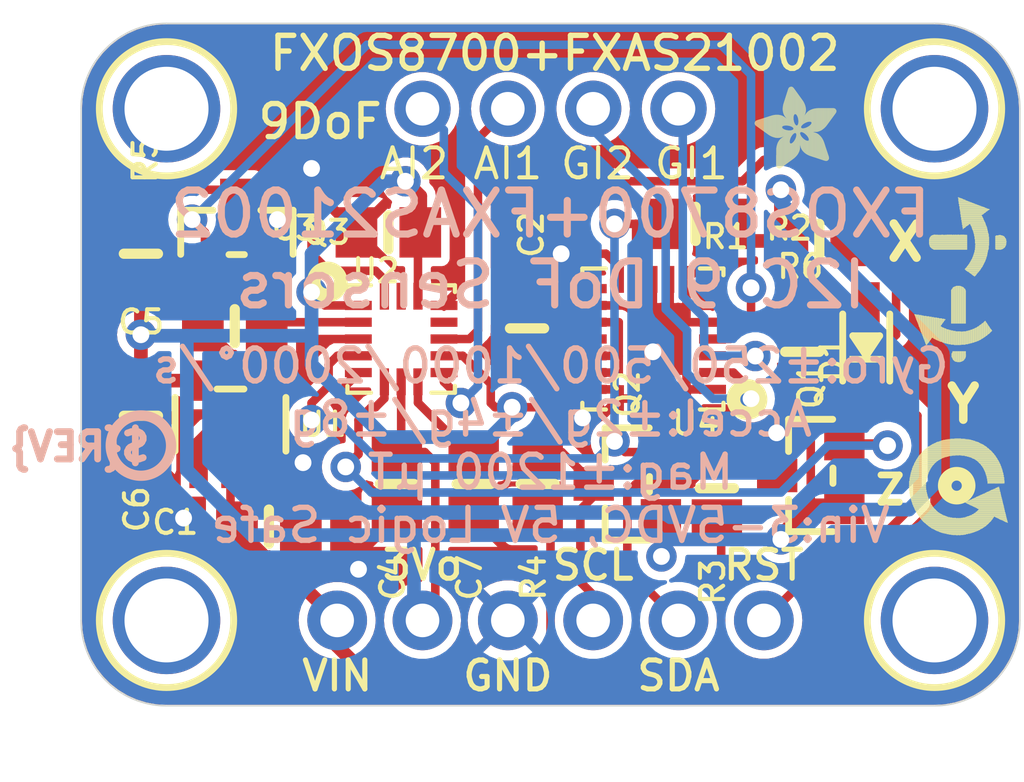
<source format=kicad_pcb>
(kicad_pcb (version 20221018) (generator pcbnew)
  (layers (0 "F.Cu" signal) (31 "B.Cu" signal) (34 "B.Paste" user) (35 "F.Paste" user) (36 "B.SilkS" user "B.Silkscreen") (37 "F.SilkS" user "F.Silkscreen") (38 "B.Mask" user) (39 "F.Mask" user) (44 "Edge.Cuts" user))
  (net 0 "")
  (net 1 "GND")
  (net 2 "SDA_3V")
  (net 3 "SCL_3V")
  (net 4 "3.3V")
  (net 5 "RST_3V")
  (net 6 "N$1")
  (net 7 "N$24")
  (net 8 "N$26")
  (net 9 "SDA")
  (net 10 "SCL")
  (net 11 "VIN")
  (net 12 "RST")
  (net 13 "GINT1")
  (net 14 "GINT2")
  (net 15 "AINT1")
  (net 16 "AINT2")
  (net 17 "ACC_RST")
  (footprint "working:SYMBOL_GYRO_CLOCKWISE" (layer "F.Cu") (at 159.0421 102.3366 -90)
    (fp_text reference "U$28" hide)
    (fp_text value "" hide)
  )
  (footprint "working:SYMBOL_GYRO_CCLOCKWISE" (layer "F.Cu") (at 159.4231 102.5906)
    (fp_text reference "U$27" hide)
    (fp_text value "" hide)
  )
  (footprint "working:MOUNTINGHOLE_2.5_PLATED" (layer "F.Cu") (at 159.9311 112.6236)
    (fp_text reference "U$1" hide)
    (fp_text value "MOUNTINGHOLE2.5" hide)
  )
  (footprint "working:MOUNTINGHOLE_2.5_PLATED" (layer "F.Cu") (at 159.9311 97.3836)
    (fp_text reference "U$3" hide)
    (fp_text value "MOUNTINGHOLE2.5" hide)
  )
  (footprint "working:SOT23-5" (layer "F.Cu") (at 138.9761 106.7816)
    (fp_text reference "U1")
    (fp_text value "MIC5225-3.3V")
  )
  (footprint "working:1X04_ROUND" (layer "F.Cu") (at 148.5011 97.3836 180)
    (fp_text reference "JP2" hide)
    (fp_text value "")
  )
  (footprint "working:0805-NO" (layer "F.Cu") (at 147.8026 103.9241 90)
    (fp_text reference "C2")
    (fp_text value "0.1uF")
  )
  (footprint "working:0805-NO" (layer "F.Cu") (at 143.6751 101.0666 180)
    (fp_text reference "C3")
    (fp_text value "0.1uF")
  )
  (footprint "working:0805-NO" (layer "F.Cu") (at 143.9291 108.5596 -90)
    (fp_text reference "C4")
    (fp_text value "10uF")
  )
  (footprint "working:FIDUCIAL_1MM" (layer "F.Cu") (at 147.7391 100.6221)
    (fp_text reference "FID3" hide)
    (fp_text value "FIDUCIAL_1MM" hide)
  )
  (footprint "working:1X06_ROUND_70" (layer "F.Cu") (at 148.5011 112.6236 180)
    (fp_text reference "JP1" hide)
    (fp_text value "")
  )
  (footprint "working:MOUNTINGHOLE_2.5_PLATED" (layer "F.Cu") (at 137.0711 112.6236)
    (fp_text reference "U$4" hide)
    (fp_text value "MOUNTINGHOLE2.5" hide)
  )
  (footprint "working:0805-NO" (layer "F.Cu") (at 155.9941 104.6226 -90)
    (fp_text reference "R6")
    (fp_text value "10K")
  )
  (footprint "working:SOD-323" (layer "F.Cu") (at 157.8991 104.4956 90)
    (fp_text reference "D1")
    (fp_text value "1N4148")
  )
  (footprint "working:SOT23-WIDE" (layer "F.Cu") (at 139.1666 101.0666)
    (fp_text reference "Q3")
    (fp_text value "BSS138")
  )
  (footprint "working:ADAFRUIT_2.5MM" (layer "F.Cu") (at 157.0101 99.1616 90)
    (fp_text reference "U$26" hide)
    (fp_text value "" hide)
  )
  (footprint "working:SOT23-WIDE" (layer "F.Cu") (at 150.7871 108.5596 90)
    (fp_text reference "Q2")
    (fp_text value "BSS138")
  )
  (footprint "working:0805-NO" (layer "F.Cu") (at 156.5021 101.3206 180)
    (fp_text reference "R1")
    (fp_text value "10K")
  )
  (footprint "working:FIDUCIAL_1MM" (layer "F.Cu") (at 135.8011 109.7026)
    (fp_text reference "FID2" hide)
    (fp_text value "FIDUCIAL_1MM" hide)
  )
  (footprint "working:0805-NO" (layer "F.Cu") (at 146.2151 108.5596 -90)
    (fp_text reference "C7")
    (fp_text value "0.1uF")
  )
  (footprint "working:0805-NO" (layer "F.Cu") (at 136.3091 101.7016 90)
    (fp_text reference "R5")
    (fp_text value "10K")
  )
  (footprint "working:0805-NO" (layer "F.Cu") (at 136.3091 106.5276 -90)
    (fp_text reference "C6")
    (fp_text value "10µF")
  )
  (footprint "working:SOT23-WIDE" (layer "F.Cu") (at 156.2481 108.3056 90)
    (fp_text reference "Q1")
    (fp_text value "BSS138")
  )
  (footprint "working:SYMBOL_GYRO_Z" (layer "F.Cu") (at 159.1691 110.0836)
    (fp_text reference "U$31" hide)
    (fp_text value "" hide)
  )
  (footprint "working:MOUNTINGHOLE_2.5_PLATED" (layer "F.Cu") (at 137.0711 97.3836)
    (fp_text reference "U$2" hide)
    (fp_text value "MOUNTINGHOLE2.5" hide)
  )
  (footprint "working:QFN16_3MM_FREESCALE_5X3" (layer "F.Cu") (at 144.0561 104.2416)
    (fp_text reference "U2")
    (fp_text value "FXOS8700CQ")
  )
  (footprint "working:0805-NO" (layer "F.Cu") (at 152.8191 100.8126)
    (fp_text reference "R2")
    (fp_text value "10K")
  )
  (footprint "working:0805-NO" (layer "F.Cu") (at 153.4541 108.6866 -90)
    (fp_text reference "R3")
    (fp_text value "10K")
  )
  (footprint "working:0805-NO" (layer "F.Cu") (at 139.1031 103.8606 180)
    (fp_text reference "C5")
    (fp_text value "0.1uF")
  )
  (footprint "working:0805-NO" (layer "F.Cu") (at 148.1201 108.5596 -90)
    (fp_text reference "R4")
    (fp_text value "10K")
  )
  (footprint "working:FIDUCIAL_1MM" (layer "F.Cu") (at 156.7561 113.7031)
    (fp_text reference "FID1" hide)
    (fp_text value "FIDUCIAL_1MM" hide)
  )
  (footprint "working:0805-NO" (layer "F.Cu") (at 140.1191 109.8296 180)
    (fp_text reference "C1")
    (fp_text value "10µF")
  )
  (footprint "working:QFN24_4MM_FREESCALE_7X5" (layer "F.Cu") (at 151.5491 104.2416 180)
    (fp_text reference "U4")
    (fp_text value "FXAS21002C")
  )
  (footprint "working:PCBFEAT-REV-040" (layer "B.Cu") (at 136.3091 107.4166 180)
    (fp_text reference "U$32" hide)
    (fp_text value "" hide)
  )
  (gr_arc (start 162.4711 112.6236) (mid 161.727151 114.419651) (end 159.9311 115.1636) (stroke (width 0.05)) (layer "Edge.Cuts"))
  (gr_arc (start 137.0711 115.1636) (mid 135.275049 114.419651) (end 134.5311 112.6236) (stroke (width 0.05)) (layer "Edge.Cuts"))
  (gr_line (start 162.4711 97.3836) (end 162.4711 112.6236) (stroke (width 0.05)) (layer "Edge.Cuts"))
  (gr_line (start 134.5311 112.6236) (end 134.5311 97.3836) (stroke (width 0.05)) (layer "Edge.Cuts"))
  (gr_arc (start 134.5311 97.3836) (mid 135.275049 95.587549) (end 137.0711 94.8436) (stroke (width 0.05)) (layer "Edge.Cuts"))
  (gr_line (start 137.0711 94.8436) (end 159.9311 94.8436) (stroke (width 0.05)) (layer "Edge.Cuts"))
  (gr_arc (start 159.9311 94.8436) (mid 161.727151 95.587549) (end 162.4711 97.3836) (stroke (width 0.05)) (layer "Edge.Cuts"))
  (gr_line (start 159.9311 115.1636) (end 137.0711 115.1636) (stroke (width 0.05)) (layer "Edge.Cuts"))
  (gr_text "FXOS8700+FXAS21002\nI2C 9 DoF Sensors" (at 148.5011 101.5746) (layer "B.SilkS") (effects (font (size 1.31064 1.31064) (thickness 0.21336)) (justify mirror)))
  (gr_text "Gyro:±250/500/1000/2000°/s\nAccel:±2g/±4g/±8g\nMag:±1200 μT\nVin:3-5VDC, 5V Logic Safe" (at 148.5011 107.4166) (layer "B.SilkS") (effects (font (size 0.98298 0.98298) (thickness 0.16002)) (justify mirror)))
  (gr_text "Z" (at 158.6103 108.7374) (layer "F.SilkS") (effects (font (size 0.8128 0.8128) (thickness 0.2032))))
  (gr_text "3Vo" (at 144.6911 111.4806) (layer "F.SilkS") (effects (font (size 0.8636 0.8636) (thickness 0.1524)) (justify bottom)))
  (gr_text "Y" (at 160.1851 106.7816) (layer "F.SilkS") (effects (font (size 1.016 1.016) (thickness 0.254)) (justify left bottom)))
  (gr_text "9DoF" (at 141.6431 97.7646) (layer "F.SilkS") (effects (font (size 0.98298 0.98298) (thickness 0.16002))))
  (gr_text "GI2" (at 149.8981 99.5426) (layer "F.SilkS") (effects (font (size 0.89408 0.89408) (thickness 0.12192)) (justify bottom)))
  (gr_text "AI2" (at 144.4371 99.5426) (layer "F.SilkS") (effects (font (size 0.89408 0.89408) (thickness 0.12192)) (justify bottom)))
  (gr_text "X" (at 158.4071 101.9556) (layer "F.SilkS") (effects (font (size 1.016 1.016) (thickness 0.254)) (justify left bottom)))
  (gr_text "RST" (at 154.8511 111.4806) (layer "F.SilkS") (effects (font (size 0.8636 0.8636) (thickness 0.1524)) (justify bottom)))
  (gr_text "AI1" (at 147.2311 99.5426) (layer "F.SilkS") (effects (font (size 0.89408 0.89408) (thickness 0.12192)) (justify bottom)))
  (gr_text "FXOS8700+FXAS21002" (at 148.6281 95.7326) (layer "F.SilkS") (effects (font (size 0.98298 0.98298) (thickness 0.16002))))
  (gr_text "SDA" (at 152.3111 113.7666) (layer "F.SilkS") (effects (font (size 0.8636 0.8636) (thickness 0.1524)) (justify top)))
  (gr_text "GI1" (at 152.6921 99.5426) (layer "F.SilkS") (effects (font (size 0.89408 0.89408) (thickness 0.12192)) (justify bottom)))
  (gr_text "GND" (at 147.2311 113.7666) (layer "F.SilkS") (effects (font (size 0.8636 0.8636) (thickness 0.1524)) (justify top)))
  (gr_text "SCL" (at 149.7711 111.4806) (layer "F.SilkS") (effects (font (size 0.8636 0.8636) (thickness 0.1524)) (justify bottom)))
  (gr_text "VIN" (at 142.1511 113.7666) (layer "F.SilkS") (effects (font (size 0.8636 0.8636) (thickness 0.1524)) (justify top)))
  (segment (start 152.0491 103.7416) (end 152.5491 103.7416) (width 0.254) (layer "F.Cu") (net 1))
  (segment (start 152.5491 103.2416) (end 152.5491 103.7416) (width 0.254) (layer "F.Cu") (net 1))
  (segment (start 151.5491 102.4666) (end 151.5491 103.2416) (width 0.254) (layer "F.Cu") (net 1))
  (segment (start 152.0491 106.0166) (end 152.0491 105.1306) (width 0.254) (layer "F.Cu") (net 1))
  (segment (start 150.5491 105.7416) (end 149.7741 105.7416) (width 0.254) (layer "F.Cu") (net 1))
  (segment (start 151.0491 105.1306) (end 151.5491 105.1306) (width 0.254) (layer "F.Cu") (net 1))
  (segment (start 139.2301 102.7836) (end 139.2301 102.5906) (width 0.254) (layer "F.Cu") (net 1))
  (segment (start 153.3241 105.7416) (end 152.5491 105.7416) (width 0.254) (layer "F.Cu") (net 1))
  (segment (start 150.5491 106.0166) (end 150.5491 105.7416) (width 0.254) (layer "F.Cu") (net 1))
  (segment (start 150.5491 106.0166) (end 151.0491 106.0166) (width 0.254) (layer "F.Cu") (net 1))
  (segment (start 153.3241 103.7416) (end 152.5491 103.7416) (width 0.254) (layer "F.Cu") (net 1))
  (segment (start 152.5491 102.4666) (end 152.5491 102.7416) (width 0.254) (layer "F.Cu") (net 1))
  (segment (start 141.1351 105.5116) (end 140.6271 106.0196) (width 0.254) (layer "F.Cu") (net 1))
  (segment (start 141.5161 104.3686) (end 141.1351 104.7496) (width 0.254) (layer "F.Cu") (net 1))
  (segment (start 148.8186 101.9581) (end 148.8186 101.7016) (width 0.254) (layer "F.Cu") (net 1))
  (segment (start 147.8026 102.9741) (end 148.8186 101.9581) (width 0.254) (layer "F.Cu") (net 1))
  (segment (start 136.3091 107.9246) (end 137.0711 108.6866) (width 0.4064) (layer "F.Cu") (net 1))
  (segment (start 138.1531 104.1806) (end 138.9761 105.0036) (width 0.254) (layer "F.Cu") (net 1))
  (segment (start 151.0491 106.0166) (end 151.0491 105.1306) (width 0.254) (layer "F.Cu") (net 1))
  (segment (start 151.5491 105.1306) (end 152.0491 105.1306) (width 0.254) (layer "F.Cu") (net 1))
  (segment (start 152.5491 105.7416) (end 152.5491 106.0166) (width 0.254) (layer "F.Cu") (net 1))
  (segment (start 142.7811 104.2416) (end 141.5161 104.2416) (width 0.254) (layer "F.Cu") (net 1))
  (segment (start 138.1531 103.8606) (end 139.2301 102.7836) (width 0.254) (layer "F.Cu") (net 1))
  (segment (start 151.5491 106.0166) (end 151.5491 105.1306) (width 0.254) (layer "F.Cu") (net 1))
  (segment (start 151.5491 103.2416) (end 151.5491 103.7416) (width 0.254) (layer "F.Cu") (net 1))
  (segment (start 138.9761 108.0817) (end 138.9761 109.8296) (width 0.254) (layer "F.Cu") (net 1))
  (segment (start 136.3091 107.4776) (end 136.3091 107.9246) (width 0.4064) (layer "F.Cu") (net 1))
  (segment (start 138.9761 109.8296) (end 139.1691 109.8296) (width 0.254) (layer "F.Cu") (net 1))
  (segment (start 152.0491 102.4666) (end 152.0491 103.7416) (width 0.254) (layer "F.Cu") (net 1))
  (segment (start 153.3241 102.7416) (end 152.5491 102.7416) (width 0.254) (layer "F.Cu") (net 1))
  (segment (start 152.0491 105.1306) (end 152.5491 105.1306) (width 0.254) (layer "F.Cu") (net 1))
  (segment (start 141.5161 104.2416) (end 141.5161 104.3686) (width 0.254) (layer "F.Cu") (net 1))
  (segment (start 152.5491 105.1306) (end 152.5491 106.0166) (width 0.254) (layer "F.Cu") (net 1))
  (segment (start 151.5491 103.7416) (end 151.5491 105.1306) (width 0.254) (layer "F.Cu") (net 1))
  (segment (start 149.7741 103.2416) (end 151.5491 103.2416) (width 0.254) (layer "F.Cu") (net 1))
  (segment (start 152.0491 103.7416) (end 151.5491 103.7416) (width 0.254) (layer "F.Cu") (net 1))
  (segment (start 141.1351 104.7496) (end 141.1351 105.5116) (width 0.254) (layer "F.Cu") (net 1))
  (segment (start 153.3241 103.2416) (end 152.5491 103.2416) (width 0.254) (layer "F.Cu") (net 1))
  (segment (start 138.1531 103.8606) (end 138.1531 104.1806) (width 0.254) (layer "F.Cu") (net 1))
  (segment (start 152.5491 102.7416) (end 152.5491 103.2416) (width 0.254) (layer "F.Cu") (net 1))
  (via (at 155.2321 107.0356) (size 0.9064) (drill 0.5) (layers "F.Cu" "B.Cu") (net 1))
  (via (at 149.4536 106.5911) (size 0.9064) (drill 0.5) (layers "F.Cu" "B.Cu") (net 1))
  (via (at 137.5791 109.5756) (size 0.9064) (drill 0.5) (layers "F.Cu" "B.Cu") (net 1))
  (via (at 151.5491 104.6226) (size 0.9064) (drill 0.5) (layers "F.Cu" "B.Cu") (net 1))
  (via (at 141.3891 99.1616) (size 0.9064) (drill 0.5) (layers "F.Cu" "B.Cu") (net 1))
  (via (at 141.1351 107.9246) (size 0.9064) (drill 0.5) (layers "F.Cu" "B.Cu") (net 1))
  (via (at 148.8186 101.7016) (size 0.9064) (drill 0.5) (layers "F.Cu" "B.Cu") (net 1))
  (via (at 140.3731 100.6856) (size 0.9064) (drill 0.5) (layers "F.Cu" "B.Cu") (net 1))
  (via (at 142.7861 111.0996) (size 0.9064) (drill 0.5) (layers "F.Cu" "B.Cu") (net 1))
  (segment (start 150.5491 102.0986) (end 150.1521 101.7016) (width 0.254) (layer "F.Cu") (net 2))
  (segment (start 157.1371 107.4666) (end 157.2481 107.3556) (width 0.254) (layer "F.Cu") (net 2))
  (segment (start 157.2481 107.3556) (end 158.4731 107.3556) (width 0.254) (layer "F.Cu") (net 2))
  (segment (start 157.5181 100.6856) (end 157.5181 100.7786) (width 0.254) (layer "F.Cu") (net 2))
  (segment (start 149.9616 101.7016) (end 149.5171 101.2571) (width 0.254) (layer "F.Cu") (net 2))
  (segment (start 149.5171 101.2571) (end 149.5171 100.0506) (width 0.254) (layer "F.Cu") (net 2))
  (segment (start 158.7881 101.8286) (end 158.7881 104.1146) (width 0.254) (layer "F.Cu") (net 2))
  (segment (start 150.5491 102.4666) (end 150.5491 102.0986) (width 0.254) (layer "F.Cu") (net 2))
  (segment (start 143.1671 106.2736) (end 142.7861 106.6546) (width 0.254) (layer "F.Cu") (net 2))
  (segment (start 142.7861 107.6706) (end 142.4051 108.0516) (width 0.254) (layer "F.Cu") (net 2))
  (segment (start 157.1371 104.4956) (end 158.4071 104.4956) (width 0.254) (layer "F.Cu") (net 2))
  (segment (start 158.4731 107.3556) (end 158.5341 107.4166) (width 0.254) (layer "F.Cu") (net 2))
  (segment (start 150.0251 99.5426) (end 154.2161 99.5426) (width 0.254) (layer "F.Cu") (net 2))
  (segment (start 143.5561 105.5166) (end 143.5561 106.0116) (width 0.254) (layer "F.Cu") (net 2))
  (segment (start 158.2801 101.3206) (end 157.4521 101.3206) (width 0.254) (layer "F.Cu") (net 2))
  (segment (start 158.7881 101.8286) (end 158.2801 101.3206) (width 0.254) (layer "F.Cu") (net 2))
  (segment (start 149.5171 100.0506) (end 150.0251 99.5426) (width 0.254) (layer "F.Cu") (net 2))
  (segment (start 157.5181 100.7786) (end 157.4521 100.8446) (width 0.254) (layer "F.Cu") (net 2))
  (segment (start 158.4071 104.4956) (end 158.7881 104.1146) (width 0.254) (layer "F.Cu") (net 2))
  (segment (start 143.2941 106.2736) (end 143.1671 106.2736) (width 0.254) (layer "F.Cu") (net 2))
  (segment (start 142.7861 106.6546) (end 142.7861 107.6706) (width 0.254) (layer "F.Cu") (net 2))
  (segment (start 157.4521 100.8446) (end 157.4521 101.3206) (width 0.254) (layer "F.Cu") (net 2))
  (segment (start 150.1521 101.7016) (end 149.9616 101.7016) (width 0.254) (layer "F.Cu") (net 2))
  (segment (start 154.8511 98.9076) (end 155.7401 98.9076) (width 0.254) (layer "F.Cu") (net 2))
  (segment (start 155.7401 98.9076) (end 157.5181 100.6856) (width 0.254) (layer "F.Cu") (net 2))
  (segment (start 154.2161 99.5426) (end 154.8511 98.9076) (width 0.254) (layer "F.Cu") (net 2))
  (segment (start 143.5561 106.0116) (end 143.2941 106.2736) (width 0.254) (layer "F.Cu") (net 2))
  (segment (start 157.1371 104.4956) (end 157.1371 107.4666) (width 0.254) (layer "F.Cu") (net 2))
  (via (at 158.5341 107.4166) (size 0.9064) (drill 0.5) (layers "F.Cu" "B.Cu") (net 2))
  (via (at 142.4051 108.0516) (size 0.9064) (drill 0.5) (layers "F.Cu" "B.Cu") (net 2))
  (segment (start 155.3591 108.8136) (end 156.7561 107.4166) (width 0.254) (layer "B.Cu") (net 2))
  (segment (start 142.4051 108.0516) (end 143.1671 108.8136) (width 0.254) (layer "B.Cu") (net 2))
  (segment (start 156.7561 107.4166) (end 158.5341 107.4166) (width 0.254) (layer "B.Cu") (net 2))
  (segment (start 143.1671 108.8136) (end 155.3591 108.8136) (width 0.254) (layer "B.Cu") (net 2))
  (segment (start 151.0411 100.8126) (end 150.4061 100.8126) (width 0.254) (layer "F.Cu") (net 3))
  (segment (start 142.7811 104.7416) (end 142.1591 104.7416) (width 0.254) (layer "F.Cu") (net 3))
  (segment (start 141.8971 105.6386) (end 141.3891 106.1466) (width 0.254) (layer "F.Cu") (net 3))
  (segment (start 151.8691 100.8126) (end 151.0411 100.8126) (width 0.254) (layer "F.Cu") (net 3))
  (segment (start 142.1591 104.7416) (end 141.8971 105.0036) (width 0.254) (layer "F.Cu") (net 3))
  (segment (start 141.8971 105.0036) (end 141.8971 105.6386) (width 0.254) (layer "F.Cu") (net 3))
  (segment (start 150.7261 107.6096) (end 150.4061 107.2896) (width 0.254) (layer "F.Cu") (net 3))
  (segment (start 141.3891 106.1466) (end 141.3891 106.6546) (width 0.254) (layer "F.Cu") (net 3))
  (segment (start 151.7871 107.6096) (end 150.7261 107.6096) (width 0.254) (layer "F.Cu") (net 3))
  (segment (start 151.0491 102.4666) (end 151.0491 100.8206) (width 0.254) (layer "F.Cu") (net 3))
  (segment (start 151.0491 100.8206) (end 151.0411 100.8126) (width 0.254) (layer "F.Cu") (net 3))
  (via (at 141.3891 106.6546) (size 0.9064) (drill 0.5) (layers "F.Cu" "B.Cu") (net 3))
  (via (at 150.4061 100.8126) (size 0.9064) (drill 0.5) (layers "F.Cu" "B.Cu") (net 3))
  (via (at 150.4061 107.2896) (size 0.9064) (drill 0.5) (layers "F.Cu" "B.Cu") (net 3))
  (segment (start 143.2941 107.7976) (end 142.1511 106.6546) (width 0.254) (layer "B.Cu") (net 3))
  (segment (start 150.4061 100.8126) (end 150.4061 107.2896) (width 0.254) (layer "B.Cu") (net 3))
  (segment (start 149.8981 107.7976) (end 150.4061 107.2896) (width 0.254) (layer "B.Cu") (net 3))
  (segment (start 143.2941 107.7976) (end 149.8981 107.7976) (width 0.254) (layer "B.Cu") (net 3))
  (segment (start 142.1511 106.6546) (end 141.3891 106.6546) (width 0.254) (layer "B.Cu") (net 3))
  (segment (start 145.0721 112.2426) (end 144.6911 112.6236) (width 0.254) (layer "F.Cu") (net 4))
  (segment (start 150.5331 105.2416) (end 149.7741 105.2416) (width 0.254) (layer "F.Cu") (net 4))
  (segment (start 144.5561 102.9666) (end 144.5561 101.0666) (width 0.254) (layer "F.Cu") (net 4))
  (segment (start 153.7691 100.8126) (end 154.2771 101.3206) (width 0.254) (layer "F.Cu") (net 4))
  (segment (start 157.1871 109.1946) (end 157.2481 109.2556) (width 0.254) (layer "F.Cu") (net 4))
  (segment (start 144.0561 105.5166) (end 144.0561 107.5096) (width 0.254) (layer "F.Cu") (net 4))
  (segment (start 136.3091 105.5776) (end 136.4052 105.4815) (width 0.254) (layer "F.Cu") (net 4))
  (segment (start 150.5251 104.7416) (end 150.5331 104.7496) (width 0.254) (layer "F.Cu") (net 4))
  (segment (start 146.8501 106.2736) (end 147.3581 106.2736) (width 0.254) (layer "F.Cu") (net 4))
  (segment (start 151.7871 109.5096) (end 151.7871 110.7026) (width 0.4064) (layer "F.Cu") (net 4))
  (segment (start 144.5561 101.0666) (end 144.6251 101.0666) (width 0.254) (layer "F.Cu") (net 4))
  (segment (start 144.7571 107.6096) (end 145.0721 107.9246) (width 0.254) (layer "F.Cu") (net 4))
  (segment (start 136.4052 105.4815) (end 138.0261 105.4815) (width 0.4064) (layer "F.Cu") (net 4))
  (segment (start 155.9941 105.5726) (end 156.2481 105.8266) (width 0.254) (layer "F.Cu") (net 4))
  (segment (start 149.7741 103.7416) (end 150.5331 103.7416) (width 0.254) (layer "F.Cu") (net 4))
  (segment (start 148.4376 106.2736) (end 147.3581 106.2736) (width 0.254) (layer "F.Cu") (net 4))
  (segment (start 136.3091 104.1146) (end 136.3091 102.6516) (width 0.4064) (layer "F.Cu") (net 4))
  (segment (start 148.9456 105.4481) (end 148.9456 105.7656) (width 0.254) (layer "F.Cu") (net 4))
  (segment (start 155.3591 101.1276) (end 155.3591 99.7966) (width 0.4064) (layer "F.Cu") (net 4))
  (segment (start 156.2481 109.1946) (end 155.2321 110.2106) (width 0.4064) (layer "F.Cu") (net 4))
  (segment (start 144.6251 101.0666) (end 144.6251 99.9846) (width 0.4064) (layer "F.Cu") (net 4))
  (segment (start 156.2481 109.1946) (end 157.1871 109.1946) (width 0.4064) (layer "F.Cu") (net 4))
  (segment (start 155.5521 101.3206) (end 155.3591 101.1276) (width 0.254) (layer "F.Cu") (net 4))
  (segment (start 144.0561 107.5096) (end 144.0291 107.5096) (width 0.254) (layer "F.Cu") (net 4))
  (segment (start 149.7741 103.7336) (end 149.7741 103.7416) (width 0.254) (layer "F.Cu") (net 4))
  (segment (start 151.7871 110.7026) (end 151.8031 110.7186) (width 0.254) (layer "F.Cu") (net 4))
  (segment (start 138.0222 105.4776) (end 138.0261 105.4815) (width 0.254) (layer "F.Cu") (net 4))
  (segment (start 146.7231 105.5751) (end 145.8896 104.7416) (width 0.254) (layer "F.Cu") (net 4))
  (segment (start 141.7861 103.2416) (end 141.3891 102.8446) (width 0.254) (layer "F.Cu") (net 4))
  (segment (start 149.7741 105.2416) (end 149.1521 105.2416) (width 0.254) (layer "F.Cu") (net 4))
  (segment (start 145.3311 104.7416) (end 145.8896 104.7416) (width 0.254) (layer "F.Cu") (net 4))
  (segment (start 145.0721 107.9246) (end 145.0721 112.2426) (width 0.254) (layer "F.Cu") (net 4))
  (segment (start 149.0091 103.7336) (end 149.7741 103.7336) (width 0.254) (layer "F.Cu") (net 4))
  (segment (start 146.7231 106.1466) (end 146.8501 106.2736) (width 0.254) (layer "F.Cu") (net 4))
  (segment (start 136.3091 105.5776) (end 136.3091 104.1146) (width 0.4064) (layer "F.Cu") (net 4))
  (segment (start 142.7811 103.2416) (end 141.7861 103.2416) (width 0.254) (layer "F.Cu") (net 4))
  (segment (start 150.5331 103.7416) (end 150.5331 104.7496) (width 0.254) (layer "F.Cu") (net 4))
  (segment (start 148.9456 105.7656) (end 148.4376 106.2736) (width 0.254) (layer "F.Cu") (net 4))
  (segment (start 146.7231 105.5751) (end 146.7231 106.1466) (width 0.254) (layer "F.Cu") (net 4))
  (segment (start 149.0091 102.7416) (end 149.0091 103.7336) (width 0.254) (layer "F.Cu") (net 4))
  (segment (start 143.9291 107.6096) (end 144.7571 107.6096) (width 0.254) (layer "F.Cu") (net 4))
  (segment (start 144.0291 107.5096) (end 143.9291 107.6096) (width 0.254) (layer "F.Cu") (net 4))
  (segment (start 149.1521 105.2416) (end 148.9456 105.4481) (width 0.254) (layer "F.Cu") (net 4))
  (segment (start 155.2321 110.2106) (end 155.3591 110.2106) (width 0.254) (layer "F.Cu") (net 4))
  (segment (start 149.7741 104.7416) (end 150.5251 104.7416) (width 0.254) (layer "F.Cu") (net 4))
  (segment (start 150.5331 104.7496) (end 150.5331 105.2416) (width 0.254) (layer "F.Cu") (net 4))
  (segment (start 156.2481 105.8266) (end 156.2481 109.1946) (width 0.254) (layer "F.Cu") (net 4))
  (segment (start 144.6251 99.9846) (end 144.1831 99.5426) (width 0.4064) (layer "F.Cu") (net 4))
  (segment (start 155.4251 99.8626) (end 155.3591 99.7966) (width 0.254) (layer "F.Cu") (net 4))
  (segment (start 149.7741 102.7416) (end 149.0091 102.7416) (width 0.254) (layer "F.Cu") (net 4))
  (segment (start 154.2771 101.3206) (end 155.5521 101.3206) (width 0.4064) (layer "F.Cu") (net 4))
  (via (at 136.3091 104.1146) (size 0.9064) (drill 0.5) (layers "F.Cu" "B.Cu") (net 4))
  (via (at 151.8031 110.7186) (size 0.9064) (drill 0.5) (layers "F.Cu" "B.Cu") (net 4))
  (via (at 155.3591 110.2106) (size 0.9064) (drill 0.5) (layers "F.Cu" "B.Cu") (net 4))
  (via (at 155.3591 99.7966) (size 0.9064) (drill 0.5) (layers "F.Cu" "B.Cu") (net 4))
  (via (at 147.3581 106.2736) (size 0.9064) (drill 0.5) (layers "F.Cu" "B.Cu") (net 4))
  (via (at 141.3891 102.8446) (size 0.9064) (drill 0.5) (layers "F.Cu" "B.Cu") (net 4))
  (via (at 144.1831 99.5426) (size 0.9064) (drill 0.5) (layers "F.Cu" "B.Cu") (net 4))
  (segment (start 137.675956 108.148457) (end 137.675956 104.144744) (width 0.4064) (layer "B.Cu") (net 4))
  (segment (start 141.3891 104.1146) (end 141.3891 102.8446) (width 0.4064) (layer "B.Cu") (net 4))
  (segment (start 155.755796 110.2106) (end 155.3591 110.2106) (width 0.254) (layer "B.Cu") (net 4))
  (segment (start 141.3891 105.0036) (end 141.3891 104.1146) (width 0.4064) (layer "B.Cu") (net 4))
  (segment (start 159.1691 109.3216) (end 156.644796 109.3216) (width 0.4064) (layer "B.Cu") (net 4))
  (segment (start 137.675956 104.144744) (end 136.339243 104.144744) (width 0.4064) (layer "B.Cu") (net 4))
  (segment (start 141.3891 101.7016) (end 141.3891 102.8446) (width 0.4064) (layer "B.Cu") (net 4))
  (segment (start 139.6111 110.0836) (end 144.4371 110.0836) (width 0.4064) (layer "B.Cu") (net 4))
  (segment (start 141.3891 102.944957) (end 141.3891 102.8446) (width 0.254) (layer "B.Cu") (net 4))
  (segment (start 144.4371 110.0836) (end 144.4371 112.3696) (width 0.4064) (layer "B.Cu") (net 4))
  (segment (start 146.7231 107.1626) (end 143.5481 107.1626) (width 0.4064) (layer "B.Cu") (net 4))
  (segment (start 159.9311 108.5596) (end 159.1691 109.3216) (width 0.4064) (layer "B.Cu") (net 4))
  (segment (start 159.9311 104.7496) (end 155.3591 100.1776) (width 0.4064) (layer "B.Cu") (net 4))
  (segment (start 147.3581 106.2736) (end 147.3581 106.5276) (width 0.4064) (layer "B.Cu") (net 4))
  (segment (start 151.6761 110.0836) (end 151.8031 110.2106) (width 0.254) (layer "B.Cu") (net 4))
  (segment (start 159.9311 104.7496) (end 159.9311 108.5596) (width 0.4064) (layer "B.Cu") (net 4))
  (segment (start 151.8031 110.2106) (end 155.3591 110.2106) (width 0.4064) (layer "B.Cu") (net 4))
  (segment (start 144.4371 112.3696) (end 144.6911 112.6236) (width 0.4064) (layer "B.Cu") (net 4))
  (segment (start 137.675956 104.144744) (end 141.358956 104.144744) (width 0.4064) (layer "B.Cu") (net 4))
  (segment (start 136.339243 104.144744) (end 136.3091 104.1146) (width 0.254) (layer "B.Cu") (net 4))
  (segment (start 156.644796 109.3216) (end 155.755796 110.2106) (width 0.4064) (layer "B.Cu") (net 4))
  (segment (start 141.358956 104.144744) (end 141.3891 104.1146) (width 0.4064) (layer "B.Cu") (net 4))
  (segment (start 155.3591 100.1776) (end 155.3591 99.7966) (width 0.4064) (layer "B.Cu") (net 4))
  (segment (start 147.3581 106.5276) (end 146.7231 107.1626) (width 0.4064) (layer "B.Cu") (net 4))
  (segment (start 143.5481 99.5426) (end 141.3891 101.7016) (width 0.4064) (layer "B.Cu") (net 4))
  (segment (start 137.675956 108.148457) (end 139.6111 110.0836) (width 0.4064) (layer "B.Cu") (net 4))
  (segment (start 143.5481 107.1626) (end 141.3891 105.0036) (width 0.4064) (layer "B.Cu") (net 4))
  (segment (start 144.1831 99.5426) (end 143.5481 99.5426) (width 0.4064) (layer "B.Cu") (net 4))
  (segment (start 144.4371 110.0836) (end 151.6761 110.0836) (width 0.4064) (layer "B.Cu") (net 4))
  (segment (start 151.8031 110.2106) (end 151.8031 110.7186) (width 0.4064) (layer "B.Cu") (net 4))
  (segment (start 153.3241 104.2416) (end 153.8351 104.2416) (width 0.254) (layer "F.Cu") (net 5))
  (segment (start 153.8351 104.2416) (end 154.4701 103.6066) (width 0.254) (layer "F.Cu") (net 5))
  (segment (start 156.4411 103.2256) (end 157.8991 103.2256) (width 0.254) (layer "F.Cu") (net 5))
  (segment (start 138.2166 101.0691) (end 137.8331 100.6856) (width 0.254) (layer "F.Cu") (net 5))
  (segment (start 156.0601 103.6066) (end 154.4701 103.6066) (width 0.254) (layer "F.Cu") (net 5))
  (segment (start 154.4701 103.6066) (end 154.4701 102.7176) (width 0.254) (layer "F.Cu") (net 5))
  (segment (start 156.0601 103.6066) (end 156.4411 103.2256) (width 0.254) (layer "F.Cu") (net 5))
  (segment (start 155.9941 103.6726) (end 156.0601 103.6066) (width 0.254) (layer "F.Cu") (net 5))
  (segment (start 138.2166 102.0666) (end 138.2166 101.0691) (width 0.254) (layer "F.Cu") (net 5))
  (via (at 137.8331 100.6856) (size 0.9064) (drill 0.5) (layers "F.Cu" "B.Cu") (net 5))
  (via (at 154.4701 102.7176) (size 0.9064) (drill 0.5) (layers "F.Cu" "B.Cu") (net 5))
  (segment (start 143.0401 95.4786) (end 153.5811 95.4786) (width 0.254) (layer "B.Cu") (net 5))
  (segment (start 153.5811 95.4786) (end 154.4701 96.3676) (width 0.254) (layer "B.Cu") (net 5))
  (segment (start 143.0401 95.4786) (end 137.8331 100.6856) (width 0.254) (layer "B.Cu") (net 5))
  (segment (start 154.4701 96.3676) (end 154.4701 102.7176) (width 0.254) (layer "B.Cu") (net 5))
  (segment (start 148.5671 104.8741) (end 147.8026 104.8741) (width 0.254) (layer "F.Cu") (net 6))
  (segment (start 149.7741 104.2416) (end 149.1996 104.2416) (width 0.254) (layer "F.Cu") (net 6))
  (segment (start 149.1996 104.2416) (end 148.5671 104.8741) (width 0.254) (layer "F.Cu") (net 6))
  (segment (start 140.1721 103.7416) (end 140.0531 103.8606) (width 0.254) (layer "F.Cu") (net 7))
  (segment (start 142.7811 103.7416) (end 140.1721 103.7416) (width 0.254) (layer "F.Cu") (net 7))
  (segment (start 146.0271 107.6096) (end 146.2151 107.6096) (width 0.254) (layer "F.Cu") (net 8))
  (segment (start 144.5561 106.1386) (end 146.0271 107.6096) (width 0.254) (layer "F.Cu") (net 8))
  (segment (start 144.5561 105.5166) (end 144.5561 106.1386) (width 0.254) (layer "F.Cu") (net 8))
  (segment (start 150.7871 111.0996) (end 152.3111 112.6236) (width 0.254) (layer "F.Cu") (net 9))
  (segment (start 152.4381 112.6236) (end 152.3111 112.6236) (width 0.254) (layer "F.Cu") (net 9))
  (segment (start 154.9601 108.0176) (end 153.7351 108.0176) (width 0.254) (layer "F.Cu") (net 9))
  (segment (start 151.0411 108.5596) (end 152.6921 108.5596) (width 0.254) (layer "F.Cu") (net 9))
  (segment (start 151.0411 108.5596) (end 150.7871 108.8136) (width 0.254) (layer "F.Cu") (net 9))
  (segment (start 150.7871 108.8136) (end 150.7871 111.0996) (width 0.254) (layer "F.Cu") (net 9))
  (segment (start 155.2481 108.3056) (end 154.9601 108.0176) (width 0.254) (layer "F.Cu") (net 9))
  (segment (start 152.6921 108.4986) (end 153.4541 107.7366) (width 0.254) (layer "F.Cu") (net 9))
  (segment (start 153.7351 108.0176) (end 153.4541 107.7366) (width 0.254) (layer "F.Cu") (net 9))
  (segment (start 152.6921 108.5596) (end 152.6921 108.4986) (width 0.254) (layer "F.Cu") (net 9))
  (segment (start 148.1201 107.6096) (end 148.8371 107.6096) (width 0.254) (layer "F.Cu") (net 10))
  (segment (start 149.3901 109.3216) (end 149.7871 108.9246) (width 0.254) (layer "F.Cu") (net 10))
  (segment (start 148.8371 107.6096) (end 149.7871 108.5596) (width 0.254) (layer "F.Cu") (net 10))
  (segment (start 149.7871 108.9246) (end 149.7871 108.5596) (width 0.254) (layer "F.Cu") (net 10))
  (segment (start 149.7711 112.6236) (end 149.7711 111.8616) (width 0.254) (layer "F.Cu") (net 10))
  (segment (start 149.7711 111.8616) (end 149.3901 111.4806) (width 0.254) (layer "F.Cu") (net 10))
  (segment (start 149.3901 111.4806) (end 149.3901 109.3216) (width 0.254) (layer "F.Cu") (net 10))
  (segment (start 139.9261 107.4776) (end 139.9261 108.0817) (width 0.4064) (layer "F.Cu") (net 11))
  (segment (start 142.1511 113.3856) (end 142.1511 112.6236) (width 0.4064) (layer "F.Cu") (net 11))
  (segment (start 138.0261 107.3506) (end 138.3411 107.0356) (width 0.4064) (layer "F.Cu") (net 11))
  (segment (start 138.0261 108.0817) (end 138.0261 107.3506) (width 0.4064) (layer "F.Cu") (net 11))
  (segment (start 153.5811 113.5126) (end 153.0731 114.0206) (width 0.4064) (layer "F.Cu") (net 11))
  (segment (start 153.0731 114.0206) (end 148.5011 114.0206) (width 0.4064) (layer "F.Cu") (net 11))
  (segment (start 138.3411 107.0356) (end 139.4841 107.0356) (width 0.4064) (layer "F.Cu") (net 11))
  (segment (start 148.5011 114.0206) (end 142.7861 114.0206) (width 0.4064) (layer "F.Cu") (net 11))
  (segment (start 153.5811 109.7636) (end 153.4541 109.6366) (width 0.254) (layer "F.Cu") (net 11))
  (segment (start 141.0691 109.8296) (end 141.0691 111.5416) (width 0.4064) (layer "F.Cu") (net 11))
  (segment (start 148.5011 109.8906) (end 148.1201 109.5096) (width 0.254) (layer "F.Cu") (net 11))
  (segment (start 139.9261 108.0817) (end 141.0691 109.2247) (width 0.4064) (layer "F.Cu") (net 11))
  (segment (start 148.5011 109.8906) (end 148.5011 114.0206) (width 0.254) (layer "F.Cu") (net 11))
  (segment (start 153.5811 113.5126) (end 153.5811 109.7636) (width 0.254) (layer "F.Cu") (net 11))
  (segment (start 141.0691 111.5416) (end 142.1511 112.6236) (width 0.4064) (layer "F.Cu") (net 11))
  (segment (start 139.4841 107.0356) (end 139.9261 107.4776) (width 0.4064) (layer "F.Cu") (net 11))
  (segment (start 141.0691 109.2247) (end 141.0691 109.8296) (width 0.254) (layer "F.Cu") (net 11))
  (segment (start 142.7861 114.0206) (end 142.1511 113.3856) (width 0.4064) (layer "F.Cu") (net 11))
  (segment (start 159.4231 109.0676) (end 159.4231 106.5276) (width 0.254) (layer "F.Cu") (net 12))
  (segment (start 158.6611 105.7656) (end 157.8991 105.7656) (width 0.254) (layer "F.Cu") (net 12))
  (segment (start 157.1371 110.3376) (end 154.8511 112.6236) (width 0.254) (layer "F.Cu") (net 12))
  (segment (start 159.4231 109.0676) (end 158.1531 110.3376) (width 0.254) (layer "F.Cu") (net 12))
  (segment (start 159.4231 106.5276) (end 158.6611 105.7656) (width 0.254) (layer "F.Cu") (net 12))
  (segment (start 158.1531 110.3376) (end 157.1371 110.3376) (width 0.254) (layer "F.Cu") (net 12))
  (segment (start 153.3321 104.7496) (end 154.5971 104.7496) (width 0.254) (layer "F.Cu") (net 13))
  (segment (start 153.3241 104.7416) (end 153.3321 104.7496) (width 0.254) (layer "F.Cu") (net 13))
  (via (at 154.5971 104.7496) (size 0.9064) (drill 0.5) (layers "F.Cu" "B.Cu") (net 13))
  (segment (start 153.0731 103.6066) (end 153.0731 104.4906) (width 0.254) (layer "B.Cu") (net 13))
  (segment (start 154.5891 104.7416) (end 154.5971 104.7496) (width 0.254) (layer "B.Cu") (net 13))
  (segment (start 153.3241 104.7416) (end 154.5891 104.7416) (width 0.254) (layer "B.Cu") (net 13))
  (segment (start 152.4381 97.5106) (end 152.3111 97.3836) (width 0.254) (layer "B.Cu") (net 13))
  (segment (start 152.4381 97.5106) (end 152.4381 102.9716) (width 0.254) (layer "B.Cu") (net 13))
  (segment (start 152.4381 102.9716) (end 153.0731 103.6066) (width 0.254) (layer "B.Cu") (net 13))
  (segment (start 153.0731 104.4906) (end 153.3241 104.7416) (width 0.254) (layer "B.Cu") (net 13))
  (segment (start 153.9461 105.2416) (end 154.5971 105.8926) (width 0.254) (layer "F.Cu") (net 14))
  (segment (start 153.3241 105.2416) (end 153.9461 105.2416) (width 0.254) (layer "F.Cu") (net 14))
  (segment (start 154.5971 105.8926) (end 154.4701 106.0196) (width 0.254) (layer "F.Cu") (net 14))
  (via (at 154.4701 106.0196) (size 0.9064) (drill 0.5) (layers "F.Cu" "B.Cu") (net 14))
  (segment (start 153.3271 106.0196) (end 152.5651 105.2576) (width 0.254) (layer "B.Cu") (net 14))
  (segment (start 149.7711 98.0186) (end 149.7711 97.3836) (width 0.254) (layer "B.Cu") (net 14))
  (segment (start 151.9301 100.1776) (end 149.7711 98.0186) (width 0.254) (layer "B.Cu") (net 14))
  (segment (start 152.5651 103.9876) (end 151.9301 103.3526) (width 0.254) (layer "B.Cu") (net 14))
  (segment (start 151.9301 103.3526) (end 151.9301 100.1776) (width 0.254) (layer "B.Cu") (net 14))
  (segment (start 152.5651 105.2576) (end 152.5651 103.9876) (width 0.254) (layer "B.Cu") (net 14))
  (segment (start 154.4701 106.0196) (end 153.3271 106.0196) (width 0.254) (layer "B.Cu") (net 14))
  (segment (start 146.3421 103.9876) (end 146.3421 98.2726) (width 0.254) (layer "F.Cu") (net 15))
  (segment (start 145.3311 104.2416) (end 146.0881 104.2416) (width 0.254) (layer "F.Cu") (net 15))
  (segment (start 146.3421 98.2726) (end 147.2311 97.3836) (width 0.254) (layer "F.Cu") (net 15))
  (segment (start 146.0881 104.2416) (end 146.3421 103.9876) (width 0.254) (layer "F.Cu") (net 15))
  (segment (start 145.3311 105.5166) (end 145.9611 106.1466) (width 0.254) (layer "F.Cu") (net 16))
  (segment (start 145.9611 106.1466) (end 145.8341 106.1466) (width 0.254) (layer "F.Cu") (net 16))
  (segment (start 145.3311 105.2416) (end 145.3311 105.5166) (width 0.254) (layer "F.Cu") (net 16))
  (via (at 145.8341 106.1466) (size 0.9064) (drill 0.5) (layers "F.Cu" "B.Cu") (net 16))
  (segment (start 146.3421 100.3046) (end 145.3261 99.2886) (width 0.254) (layer "B.Cu") (net 16))
  (segment (start 146.3421 105.6386) (end 145.8341 106.1466) (width 0.254) (layer "B.Cu") (net 16))
  (segment (start 145.3261 99.2886) (end 145.3261 98.0186) (width 0.254) (layer "B.Cu") (net 16))
  (segment (start 146.3421 105.6386) (end 146.3421 100.3046) (width 0.254) (layer "B.Cu") (net 16))
  (segment (start 145.3261 98.0186) (end 144.6911 97.3836) (width 0.254) (layer "B.Cu") (net 16))
  (segment (start 139.1666 100.0666) (end 139.1666 99.7966) (width 0.254) (layer "F.Cu") (net 17))
  (segment (start 143.5561 102.9666) (end 143.5561 102.4716) (width 0.254) (layer "F.Cu") (net 17))
  (segment (start 141.3891 101.7016) (end 141.3891 100.4316) (width 0.254) (layer "F.Cu") (net 17))
  (segment (start 143.5561 102.4716) (end 143.2941 102.2096) (width 0.254) (layer "F.Cu") (net 17))
  (segment (start 141.8971 102.2096) (end 141.3891 101.7016) (width 0.254) (layer "F.Cu") (net 17))
  (segment (start 140.7541 99.7966) (end 139.1666 99.7966) (width 0.254) (layer "F.Cu") (net 17))
  (segment (start 136.3091 100.7516) (end 136.3091 100.8126) (width 0.254) (layer "F.Cu") (net 17))
  (segment (start 141.3891 100.4316) (end 140.7541 99.7966) (width 0.254) (layer "F.Cu") (net 17))
  (segment (start 143.2941 102.2096) (end 141.8971 102.2096) (width 0.254) (layer "F.Cu") (net 17))
  (segment (start 136.3091 100.8126) (end 137.3251 99.7966) (width 0.254) (layer "F.Cu") (net 17))
  (segment (start 137.3251 99.7966) (end 139.1666 99.7966) (width 0.254) (layer "F.Cu") (net 17))
  (zone (net 1) (net_name "GND") (layer "F.Cu") (priority 6) (connect_pads (clearance 0.254)) (min_thickness 0.127) (fill yes (thermal_gap 0.304) (thermal_bridge_width 0.304))
    (polygon (pts (xy 160.252599 94.735815) (xy 160.569411 94.793873) (xy 160.876913 94.889695) (xy 161.170625 95.021884) (xy 161.44626 95.188511) (xy 161.699802 95.387148) (xy 161.927552 95.614898) (xy 162.126189 95.86844) (xy 162.292816 96.144075) (xy 162.425005 96.437787) (xy 162.520827 96.745289) (xy 162.578885 97.062101) (xy 162.5981 97.379763) (xy 162.5981 112.627437) (xy 162.578885 112.945099) (xy 162.520827 113.261911) (xy 162.425005 113.569413) (xy 162.292816 113.863125) (xy 162.126189 114.13876) (xy 161.927552 114.392302) (xy 161.699802 114.620052) (xy 161.44626 114.818689) (xy 161.170625 114.985316) (xy 160.876913 115.117505) (xy 160.569411 115.213327) (xy 160.252599 115.271385) (xy 159.934937 115.2906) (xy 137.067263 115.2906) (xy 136.749601 115.271385) (xy 136.432789 115.213327) (xy 136.125287 115.117505) (xy 135.831575 114.985316) (xy 135.55594 114.818689) (xy 135.302398 114.620052) (xy 135.074648 114.392302) (xy 134.876011 114.13876) (xy 134.709384 113.863125) (xy 134.577195 113.569413) (xy 134.481373 113.261911) (xy 134.423315 112.945099) (xy 134.4041 112.627437) (xy 134.4041 97.379763) (xy 134.423315 97.062101) (xy 134.481373 96.745289) (xy 134.577195 96.437787) (xy 134.709384 96.144075) (xy 134.876011 95.86844) (xy 135.074648 95.614898) (xy 135.302398 95.387148) (xy 135.55594 95.188511) (xy 135.831575 95.021884) (xy 136.125287 94.889695) (xy 136.432789 94.793873) (xy 136.749601 94.735815) (xy 137.067263 94.7166) (xy 159.934937 94.7166)))
  )
  (zone (net 1) (net_name "GND") (layer "B.Cu") (priority 6) (connect_pads (clearance 0.254)) (min_thickness 0.127) (fill yes (thermal_gap 0.304) (thermal_bridge_width 0.304))
    (polygon (pts (xy 160.252599 94.735815) (xy 160.569411 94.793873) (xy 160.876913 94.889695) (xy 161.170625 95.021884) (xy 161.44626 95.188511) (xy 161.699802 95.387148) (xy 161.927552 95.614898) (xy 162.126189 95.86844) (xy 162.292816 96.144075) (xy 162.425005 96.437787) (xy 162.520827 96.745289) (xy 162.578885 97.062101) (xy 162.5981 97.379763) (xy 162.5981 112.627437) (xy 162.578885 112.945099) (xy 162.520827 113.261911) (xy 162.425005 113.569413) (xy 162.292816 113.863125) (xy 162.126189 114.13876) (xy 161.927552 114.392302) (xy 161.699802 114.620052) (xy 161.44626 114.818689) (xy 161.170625 114.985316) (xy 160.876913 115.117505) (xy 160.569411 115.213327) (xy 160.252599 115.271385) (xy 159.934937 115.2906) (xy 137.067263 115.2906) (xy 136.749601 115.271385) (xy 136.432789 115.213327) (xy 136.125287 115.117505) (xy 135.831575 114.985316) (xy 135.55594 114.818689) (xy 135.302398 114.620052) (xy 135.074648 114.392302) (xy 134.876011 114.13876) (xy 134.709384 113.863125) (xy 134.577195 113.569413) (xy 134.481373 113.261911) (xy 134.423315 112.945099) (xy 134.4041 112.627437) (xy 134.4041 97.379763) (xy 134.423315 97.062101) (xy 134.481373 96.745289) (xy 134.577195 96.437787) (xy 134.709384 96.144075) (xy 134.876011 95.86844) (xy 135.074648 95.614898) (xy 135.302398 95.387148) (xy 135.55594 95.188511) (xy 135.831575 95.021884) (xy 136.125287 94.889695) (xy 136.432789 94.793873) (xy 136.749601 94.735815) (xy 137.067263 94.7166) (xy 159.934937 94.7166)))
  )
)
</source>
